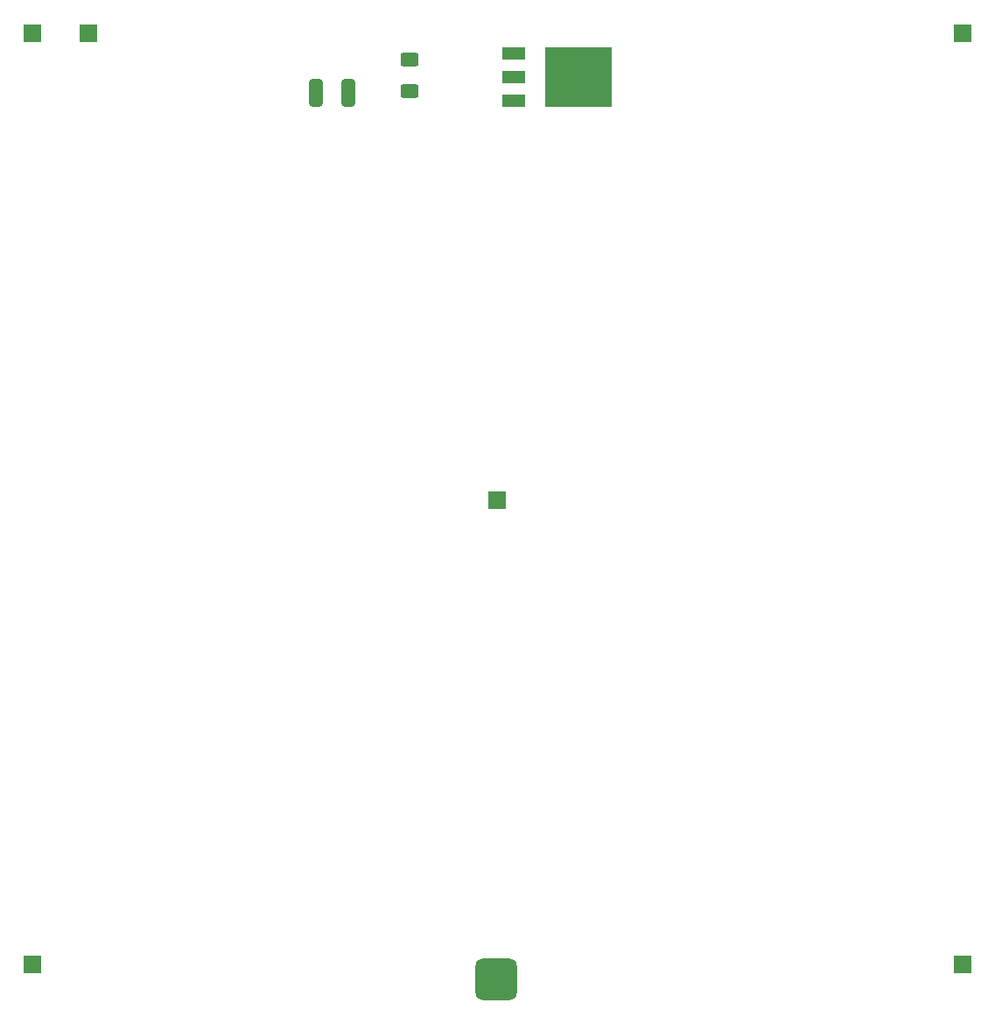
<source format=gbr>
%TF.GenerationSoftware,KiCad,Pcbnew,6.0.2+dfsg-1*%
%TF.CreationDate,2023-08-18T14:15:48-04:00*%
%TF.ProjectId,t-driver,742d6472-6976-4657-922e-6b696361645f,rev?*%
%TF.SameCoordinates,Original*%
%TF.FileFunction,Soldermask,Bot*%
%TF.FilePolarity,Negative*%
%FSLAX46Y46*%
G04 Gerber Fmt 4.6, Leading zero omitted, Abs format (unit mm)*
G04 Created by KiCad (PCBNEW 6.0.2+dfsg-1) date 2023-08-18 14:15:48*
%MOMM*%
%LPD*%
G01*
G04 APERTURE LIST*
G04 Aperture macros list*
%AMRoundRect*
0 Rectangle with rounded corners*
0 $1 Rounding radius*
0 $2 $3 $4 $5 $6 $7 $8 $9 X,Y pos of 4 corners*
0 Add a 4 corners polygon primitive as box body*
4,1,4,$2,$3,$4,$5,$6,$7,$8,$9,$2,$3,0*
0 Add four circle primitives for the rounded corners*
1,1,$1+$1,$2,$3*
1,1,$1+$1,$4,$5*
1,1,$1+$1,$6,$7*
1,1,$1+$1,$8,$9*
0 Add four rect primitives between the rounded corners*
20,1,$1+$1,$2,$3,$4,$5,0*
20,1,$1+$1,$4,$5,$6,$7,0*
20,1,$1+$1,$6,$7,$8,$9,0*
20,1,$1+$1,$8,$9,$2,$3,0*%
G04 Aperture macros list end*
%ADD10RoundRect,0.677968X-1.322032X-1.322032X1.322032X-1.322032X1.322032X1.322032X-1.322032X1.322032X0*%
%ADD11R,1.700000X1.700000*%
%ADD12RoundRect,0.250000X0.625000X-0.400000X0.625000X0.400000X-0.625000X0.400000X-0.625000X-0.400000X0*%
%ADD13RoundRect,0.250000X-0.400000X-1.075000X0.400000X-1.075000X0.400000X1.075000X-0.400000X1.075000X0*%
%ADD14R,2.200000X1.200000*%
%ADD15R,6.400000X5.800000*%
G04 APERTURE END LIST*
D10*
%TO.C,x1*%
X114833400Y-151434800D03*
%TD*%
D11*
%TO.C,*%
X160000000Y-150000000D03*
%TD*%
%TO.C,J1*%
X70000000Y-60000000D03*
%TD*%
%TO.C,*%
X114960400Y-105174200D03*
%TD*%
%TO.C,J3*%
X160000000Y-60000000D03*
%TD*%
%TO.C,J2*%
X75438000Y-59994800D03*
%TD*%
%TO.C,*%
X70000000Y-150000000D03*
%TD*%
D12*
%TO.C,R1*%
X106476800Y-65659600D03*
X106476800Y-62559600D03*
%TD*%
D13*
%TO.C,R2*%
X97459200Y-65760600D03*
X100559200Y-65760600D03*
%TD*%
D14*
%TO.C,Q1*%
X116526200Y-66542000D03*
X116526200Y-64262000D03*
D15*
X122826200Y-64262000D03*
D14*
X116526200Y-61982000D03*
%TD*%
M02*

</source>
